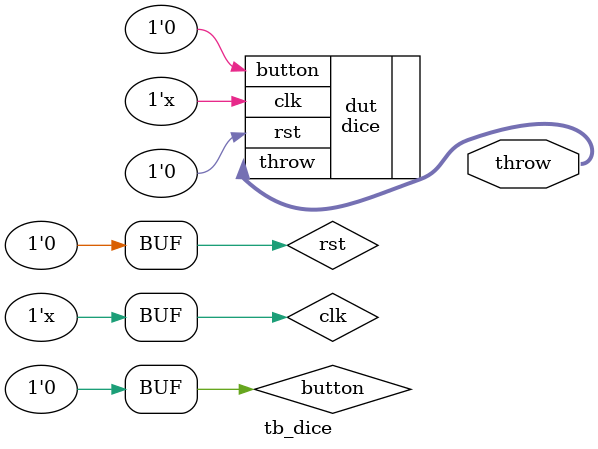
<source format=sv>
`timescale 1ns / 1ps

module tb_dice(output logic [2:0] throw);

  logic clk, button, rst;

                  // instantiate design under test (dut)
  dice dut(.clk(clk), .rst(rst), .button(button), .throw(throw));

  initial
    begin
      clk = 0;
      button = 0;
      rst = 1;
      // after 20 simulation units (2 clock cycles given the clk configuration)
      #20 rst = 0; 
      #40 button = 1;
      // after 100 simulation units
      #120 button = 0;
    end

  always #5       // every five simulation units...
    clk <= !clk;  // ...invert the clock

                  // produce debug output on the negative edge of the clock
  always @(negedge clk)
    $display("time=%05d: throw = (%1d,%1d,%1d)",
      $time,      // simulator time
      throw[2], throw[1], throw[0]);   // outputs to display: red, amber, green

endmodule // tb_tlight


</source>
